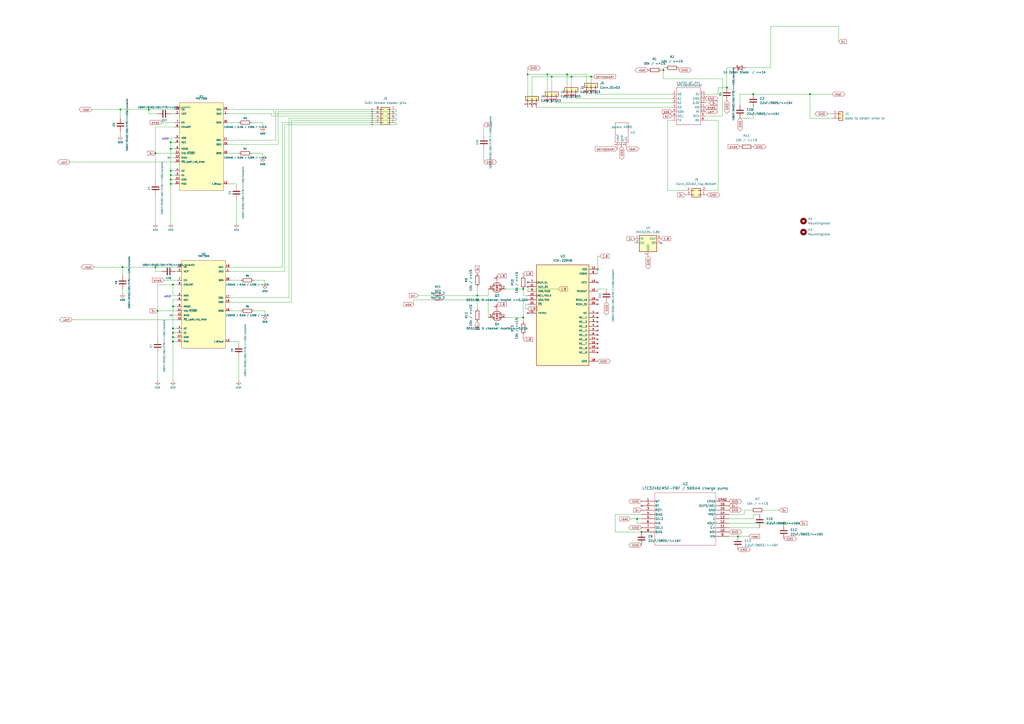
<source format=kicad_sch>
(kicad_sch (version 20230121) (generator eeschema)
  (paper "A2")
  (title_block (title "RCM NIBBLE") (company "Joshua Phelps") (comment 1 "https://github.com/RCMgames/RCM-Hardware-Nibble"))
  (lib_symbols
    (symbol "!RCMhardware:ESP32_QT_PY"
      (property "Reference" "ESP32_QT_PY" (at 0 10.16 0))
      (symbol "ESP32_QT_PY_1_1"
        (pin tri_state line (at -10.16 7.62 0) (length 2.54) (name "A0") (number "1"))
        (pin tri_state line (at 8.89 -2.54 180) (length 2.54) (name "MI") (number "10"))
        (pin tri_state line (at 8.89 0 180) (length 2.54) (name "MO") (number "11"))
        (pin power_out line (at 8.89 2.54 180) (length 2.54) (name "3.3V") (number "12"))
        (pin power_in line (at 8.89 5.08 180) (length 2.54) (name "GND") (number "13"))
        (pin power_in line (at 8.89 7.62 180) (length 2.54) (name "5V") (number "14"))
        (pin tri_state line (at -10.16 5.08 0) (length 2.54) (name "A1") (number "2"))
        (pin tri_state line (at -10.16 2.54 0) (length 2.54) (name "A2") (number "3"))
        (pin tri_state line (at -10.16 0 0) (length 2.54) (name "A3") (number "4"))
        (pin tri_state line (at -10.16 -2.54 0) (length 2.54) (name "SDA") (number "5"))
        (pin tri_state line (at -10.16 -5.08 0) (length 2.54) (name "SCL") (number "6"))
        (pin tri_state line (at -10.16 -7.62 0) (length 2.54) (name "TX") (number "7"))
        (pin tri_state line (at 8.89 -7.62 180) (length 2.54) (name "RX") (number "8"))
        (pin tri_state line (at 8.89 -5.08 180) (length 2.54) (name "SCK") (number "9"))
      )
    )
    (symbol "!RCMhardware:ICM-20948" (pin_names (offset 1.016))
      (property "Reference" "U" (at -15.24 18.415 0))
      (property "Value" "ICM-20948" (at -15.24 -43.18 0))
      (symbol "ICM-20948_0_0"
        (pin no_connect line (at 20.32 -10.16 180) (length 5.08) (name "NC") (number "1"))
        (pin output line (at 20.32 2.54 180) (length 5.08) (name "REGOUT") (number "10"))
        (pin input line (at -20.32 -10.16 0) (length 5.08) (name "FSYNC") (number "11"))
        (pin output line (at 20.32 7.62 180) (length 5.08) (name "INT1") (number "12"))
        (pin power_in line (at 20.32 15.24 180) (length 5.08) (name "VDD") (number "13"))
        (pin no_connect line (at 20.32 -25.4 180) (length 5.08) (name "NC__6") (number "14"))
        (pin no_connect line (at 20.32 -27.94 180) (length 5.08) (name "NC__7") (number "15"))
        (pin no_connect line (at 20.32 -30.48 180) (length 5.08) (name "NC__8") (number "16"))
        (pin no_connect line (at 20.32 -33.02 180) (length 5.08) (name "NC__9") (number "17"))
        (pin power_in line (at 20.32 -38.1 180) (length 5.08) (name "GND") (number "18"))
        (pin passive line (at 20.32 -2.54 180) (length 5.08) (name "RESV_19") (number "19"))
        (pin no_connect line (at 20.32 -12.7 180) (length 5.08) (name "NC__1") (number "2"))
        (pin passive line (at 20.32 -5.08 180) (length 5.08) (name "RESV_20") (number "20"))
        (pin bidirectional line (at -20.32 5.08 0) (length 5.08) (name "AUX_DA") (number "21"))
        (pin input line (at -20.32 -5.08 0) (length 5.08) (name "~{CS}") (number "22"))
        (pin input clock (at -20.32 0 0) (length 5.08) (name "SCL/SCLK") (number "23"))
        (pin bidirectional line (at -20.32 -2.54 0) (length 5.08) (name "SDA/SDI") (number "24"))
        (pin no_connect line (at 20.32 -15.24 180) (length 5.08) (name "NC__2") (number "3"))
        (pin no_connect line (at 20.32 -17.78 180) (length 5.08) (name "NC__3") (number "4"))
        (pin no_connect line (at 20.32 -20.32 180) (length 5.08) (name "NC__4") (number "5"))
        (pin no_connect line (at 20.32 -22.86 180) (length 5.08) (name "NC__5") (number "6"))
        (pin input clock (at -20.32 7.62 0) (length 5.08) (name "AUX_CL") (number "7"))
        (pin power_in line (at 20.32 12.7 180) (length 5.08) (name "VDDIO") (number "8"))
        (pin bidirectional line (at -20.32 2.54 0) (length 5.08) (name "AD0/SDO") (number "9"))
      )
    )
    (symbol "!RCMhardware:LTC3246EMSE-PBF" (pin_names (offset 0.254))
      (property "Reference" "U" (at 25.4 10.16 0))
      (property "Value" "LTC3246EMSE-PBF" (at 25.4 7.62 0))
      (symbol "LTC3246EMSE-PBF_0_1"
        (pin unspecified line (at 0 0 0) (length 7.62) (name "WT") (number "1"))
        (pin input line (at 50.8 -17.78 180) (length 7.62) (name "WDI") (number "10"))
        (pin unspecified line (at 50.8 -15.24 180) (length 7.62) (name "C+") (number "11"))
        (pin output line (at 50.8 -12.7 180) (length 7.62) (name "VOUT") (number "12"))
        (pin unspecified line (at 50.8 -10.16 180) (length 7.62) (name "C") (number "13"))
        (pin output line (at 50.8 -7.62 180) (length 7.62) (name "*RST") (number "14"))
        (pin power_out line (at 50.8 -5.08 180) (length 7.62) (name "GND") (number "15"))
        (pin output line (at 50.8 -2.54 180) (length 7.62) (name "OUTS/ADJ") (number "16"))
        (pin unspecified line (at 0 -2.54 0) (length 7.62) (name "RT") (number "2"))
        (pin input line (at 0 -5.08 0) (length 7.62) (name "RSTI") (number "3"))
        (pin unspecified line (at 0 -7.62 0) (length 7.62) (name "BIAS") (number "4"))
        (pin unspecified line (at 0 -10.16 0) (length 7.62) (name "SEL2") (number "5"))
        (pin input line (at 0 -12.7 0) (length 7.62) (name "VIN") (number "6"))
        (pin input line (at 0 -15.24 0) (length 7.62) (name "SEL1") (number "7"))
        (pin unspecified line (at 0 -17.78 0) (length 7.62) (name "BIAS") (number "8"))
        (pin input line (at 50.8 -20.32 180) (length 7.62) (name "VIN") (number "9"))
        (pin unspecified line (at 50.8 0 180) (length 7.62) (name "EPAD") (number "EPAD"))
      )
    )
    (symbol "!RCMhardware:TMC7300-Trinamic" (pin_names (offset 1.016))
      (property "Reference" "IC2" (at 0 29.21 0))
      (property "Value" "TMC7300" (at 0 27.94 0))
      (symbol "TMC7300-Trinamic_0_0"
        (pin unspecified line (at 15.24 19.05 180) (length 2.54) (name "OA2") (number "1"))
        (pin unspecified line (at -15.24 -8.89 0) (length 2.54) (name "~{PD}_UART/HS_PWM") (number "10"))
        (pin unspecified line (at -15.24 -3.81 0) (length 2.54) (name "VIO/~{STDBY}") (number "11"))
        (pin unspecified line (at -15.24 -6.35 0) (length 2.54) (name "DIAG") (number "12"))
        (pin unspecified line (at 15.24 -21.59 180) (length 2.54) (name "1,8Vout") (number "13"))
        (pin unspecified line (at -15.24 -19.05 0) (length 2.54) (name "GND") (number "14"))
        (pin unspecified line (at 15.24 1.27 180) (length 2.54) (name "OB2") (number "15"))
        (pin unspecified line (at 15.24 -3.81 180) (length 2.54) (name "BRB") (number "16"))
        (pin unspecified line (at 15.24 3.81 180) (length 2.54) (name "OB1") (number "17"))
        (pin unspecified line (at -15.24 21.59 0) (length 2.54) (name "VS") (number "18"))
        (pin unspecified line (at 15.24 21.59 180) (length 2.54) (name "OA1") (number "19"))
        (pin unspecified line (at -15.24 19.05 0) (length 2.54) (name "VCP") (number "2"))
        (pin unspecified line (at 15.24 13.97 180) (length 2.54) (name "BRA") (number "20"))
        (pin unspecified line (at -15.24 -16.51 0) (length 2.54) (name "A1") (number "3"))
        (pin unspecified line (at -15.24 -13.97 0) (length 2.54) (name "A2") (number "4"))
        (pin unspecified line (at -15.24 5.08 0) (length 2.54) (name "AD0") (number "5"))
        (pin unspecified line (at -15.24 2.54 0) (length 2.54) (name "AD1") (number "6"))
        (pin unspecified line (at -15.24 13.97 0) (length 2.54) (name "EN") (number "7"))
        (pin unspecified line (at -15.24 11.43 0) (length 2.54) (name "ENUART") (number "8"))
        (pin unspecified line (at -15.24 -1.27 0) (length 2.54) (name "MODE") (number "9"))
      )
      (symbol "TMC7300-Trinamic_1_0"
        (pin unspecified line (at -15.24 -21.59 0) (length 2.54) (name "PAD") (number "21"))
      )
    )
    (symbol "!RCMhardware:pololu"
      (property "Reference" "U" (at 0 0 0))
      (symbol "pololu_1_1"
        (pin power_out line (at -2.54 -8.89 90) (length 2.54) (name "vout") (number "1"))
        (pin input line (at 0 -8.89 90) (length 2.54) (name "gnd") (number "2"))
        (pin power_in line (at 2.54 -8.89 90) (length 2.54) (name "vin") (number "3"))
      )
    )
    (symbol "Connector_Generic:Conn_01x02" (pin_names (offset 1.016) hide)
      (property "Reference" "J" (at 0 2.54 0))
      (property "Value" "Conn_01x02" (at 0 -5.08 0))
      (symbol "Conn_01x02_1_1"
        (pin passive line (at -5.08 0 0) (length 3.81) (name "Pin_1") (number "1"))
        (pin passive line (at -5.08 -2.54 0) (length 3.81) (name "Pin_2") (number "2"))
      )
    )
    (symbol "Connector_Generic:Conn_01x03" (pin_names (offset 1.016) hide)
      (property "Reference" "J" (at 0 5.08 0))
      (property "Value" "Conn_01x03" (at 0 -5.08 0))
      (symbol "Conn_01x03_1_1"
        (pin passive line (at -5.08 2.54 0) (length 3.81) (name "Pin_1") (number "1"))
        (pin passive line (at -5.08 0 0) (length 3.81) (name "Pin_2") (number "2"))
        (pin passive line (at -5.08 -2.54 0) (length 3.81) (name "Pin_3") (number "3"))
      )
    )
    (symbol "Connector_Generic:Conn_02x02_Top_Bottom" (pin_names (offset 1.016) hide)
      (property "Reference" "J" (at 1.27 2.54 0))
      (property "Value" "Conn_02x02_Top_Bottom" (at 1.27 -5.08 0))
      (symbol "Conn_02x02_Top_Bottom_1_1"
        (pin passive line (at -5.08 0 0) (length 3.81) (name "Pin_1") (number "1"))
        (pin passive line (at -5.08 -2.54 0) (length 3.81) (name "Pin_2") (number "2"))
        (pin passive line (at 7.62 0 180) (length 3.81) (name "Pin_3") (number "3"))
        (pin passive line (at 7.62 -2.54 180) (length 3.81) (name "Pin_4") (number "4"))
      )
    )
    (symbol "Connector_Generic:Conn_02x04_Odd_Even" (pin_names (offset 1.016) hide)
      (property "Reference" "J" (at 1.27 5.08 0))
      (property "Value" "Conn_02x04_Odd_Even" (at 1.27 -7.62 0))
      (symbol "Conn_02x04_Odd_Even_1_1"
        (pin passive line (at -5.08 2.54 0) (length 3.81) (name "Pin_1") (number "1"))
        (pin passive line (at 7.62 2.54 180) (length 3.81) (name "Pin_2") (number "2"))
        (pin passive line (at -5.08 0 0) (length 3.81) (name "Pin_3") (number "3"))
        (pin passive line (at 7.62 0 180) (length 3.81) (name "Pin_4") (number "4"))
        (pin passive line (at -5.08 -2.54 0) (length 3.81) (name "Pin_5") (number "5"))
        (pin passive line (at 7.62 -2.54 180) (length 3.81) (name "Pin_6") (number "6"))
        (pin passive line (at -5.08 -5.08 0) (length 3.81) (name "Pin_7") (number "7"))
        (pin passive line (at 7.62 -5.08 180) (length 3.81) (name "Pin_8") (number "8"))
      )
    )
    (symbol "Device:C" (pin_numbers hide) (pin_names (offset 0.254))
      (property "Reference" "C" (at 0.635 2.54 0))
      (property "Value" "C" (at 0.635 -2.54 0))
      (symbol "C_1_1"
        (pin passive line (at 0 3.81 270) (length 2.794) (name "~") (number "1"))
        (pin passive line (at 0 -3.81 90) (length 2.794) (name "~") (number "2"))
      )
    )
    (symbol "Device:D_Schottky" (pin_numbers hide) (pin_names (offset 1.016) hide)
      (property "Reference" "D" (at 0 2.54 0))
      (property "Value" "D_Schottky" (at 0 -2.54 0))
      (symbol "D_Schottky_1_1"
        (pin passive line (at -3.81 0 0) (length 2.54) (name "K") (number "1"))
        (pin passive line (at 3.81 0 180) (length 2.54) (name "A") (number "2"))
      )
    )
    (symbol "Device:NetTie_2" (pin_numbers hide) (pin_names (offset 0) hide) (in_bom no)
      (property "Reference" "NT" (at 0 1.27 0))
      (property "Value" "NetTie_2" (at 0 -1.27 0))
      (symbol "NetTie_2_1_1"
        (pin passive line (at -2.54 0 0) (length 2.54) (name "1") (number "1"))
        (pin passive line (at 2.54 0 180) (length 2.54) (name "2") (number "2"))
      )
    )
    (symbol "Device:R" (pin_numbers hide) (pin_names (offset 0))
      (property "Reference" "R" (at 2.032 0 90))
      (property "Value" "R" (at 0 0 90))
      (symbol "R_1_1"
        (pin passive line (at 0 3.81 270) (length 1.27) (name "~") (number "1"))
        (pin passive line (at 0 -3.81 90) (length 1.27) (name "~") (number "2"))
      )
    )
    (symbol "Mechanical:MountingHole" (pin_names (offset 1.016))
      (property "Reference" "H" (at 0 5.08 0))
      (property "Value" "MountingHole" (at 0 3.175 0))
    )
    (symbol "Regulator_Linear:MIC5205-5.0YM5" (pin_names (offset 0.254))
      (property "Reference" "U" (at -3.81 5.715 0))
      (property "Value" "MIC5205-5.0YM5" (at 0 5.715 0))
      (symbol "MIC5205-5.0YM5_1_1"
        (pin power_in line (at -7.62 2.54 0) (length 2.54) (name "IN") (number "1"))
        (pin power_in line (at 0 -7.62 90) (length 2.54) (name "GND") (number "2"))
        (pin input line (at -7.62 0 0) (length 2.54) (name "EN") (number "3"))
        (pin input line (at 7.62 0 180) (length 2.54) (name "BP") (number "4"))
        (pin power_out line (at 7.62 2.54 180) (length 2.54) (name "OUT") (number "5"))
      )
    )
    (symbol "Transistor_FET:BSS138" (pin_names hide)
      (property "Reference" "Q" (at 5.08 1.905 0))
      (property "Value" "BSS138" (at 5.08 0 0))
      (symbol "BSS138_1_1"
        (pin input line (at -5.08 0 0) (length 2.54) (name "G") (number "1"))
        (pin passive line (at 2.54 -5.08 90) (length 2.54) (name "S") (number "2"))
        (pin passive line (at 2.54 5.08 270) (length 2.54) (name "D") (number "3"))
      )
    )
    (symbol "power:GND" (power) (pin_names (offset 0))
      (property "Value" "GND" (at 0 -3.81 0))
      (symbol "GND_1_1"
        (pin power_in line (at 0 0 270) (length 0) hide (name "GND") (number "1"))
      )
    )
  )
  (junction (at 427.99 311.15))
  (junction (at 320.04 44.45))
  (junction (at 346.71 156.21))
  (junction (at 276.86 173.99))
  (junction (at 100.33 165.1))
  (junction (at 469.9 54.61))
  (junction (at 100.33 198.12))
  (junction (at 303.53 167.64))
  (junction (at 91.44 180.34))
  (junction (at 99.06 99.06))
  (junction (at 99.06 86.36))
  (junction (at 317.5 43.18))
  (junction (at 100.33 177.8))
  (junction (at 99.06 106.68))
  (junction (at 90.17 88.9))
  (junction (at 99.06 101.6))
  (junction (at 384.81 40.64))
  (junction (at 421.64 50.8))
  (junction (at 342.9 44.45))
  (junction (at 331.47 44.45))
  (junction (at 99.06 104.14))
  (junction (at 71.12 154.94))
  (junction (at 276.86 171.45))
  (junction (at 372.11 308.61))
  (junction (at 369.57 300.99))
  (junction (at 100.33 195.58))
  (junction (at 100.33 193.04))
  (junction (at 90.17 154.94))
  (junction (at 100.33 190.5))
  (junction (at 436.88 54.61))
  (junction (at 86.36 63.5))
  (junction (at 99.06 82.55))
  (junction (at 303.53 184.15))
  (junction (at 454.66 303.53))
  (junction (at 306.07 43.18))
  (junction (at 69.85 63.5))
  (junction (at 328.93 43.18))
  (no_connect (at 97.79 91.44))
  (no_connect (at 346.71 173.99))
  (no_connect (at 306.07 181.61))
  (no_connect (at 383.54 140.97))
  (no_connect (at 306.07 166.37))
  (no_connect (at 99.06 182.88))
  (no_connect (at 306.07 163.83))
  (no_connect (at 346.71 176.53))
  (no_connect (at 346.71 163.83))
  (no_connect (at 372.11 293.37))
  (wire (pts (xy 102.87 165.1) (xy 100.33 165.1)))
  (wire (pts (xy 433.07 39.37) (xy 447.04 39.37)))
  (wire (pts (xy 240.03 176.53) (xy 240.03 173.99)))
  (wire (pts (xy 146.05 71.12) (xy 152.4 71.12)))
  (wire (pts (xy 242.57 171.45) (xy 251.46 171.45)))
  (wire (pts (xy 422.91 300.99) (xy 436.88 300.99)))
  (wire (pts (xy 425.45 39.37) (xy 421.64 39.37)))
  (wire (pts (xy 167.64 68.58) (xy 167.64 172.72)))
  (wire (pts (xy 93.98 157.48) (xy 90.17 157.48)))
  (wire (pts (xy 283.21 184.15) (xy 283.21 173.99)))
  (wire (pts (xy 99.06 86.36) (xy 99.06 99.06)))
  (wire (pts (xy 436.88 300.99) (xy 436.88 298.45)))
  (wire (pts (xy 90.17 154.94) (xy 102.87 154.94)))
  (wire (pts (xy 157.48 66.04) (xy 157.48 67.31)))
  (wire (pts (xy 101.6 80.01) (xy 99.06 80.01)))
  (wire (pts (xy 422.91 311.15) (xy 427.99 311.15)))
  (wire (pts (xy 306.07 179.07) (xy 304.8 179.07)))
  (wire (pts (xy 139.7 180.34) (xy 133.35 180.34)))
  (wire (pts (xy 147.32 180.34) (xy 153.67 180.34)))
  (wire (pts (xy 454.66 303.53) (xy 454.66 304.8)))
  (wire (pts (xy 320.04 59.69) (xy 320.04 44.45)))
  (wire (pts (xy 389.89 69.85) (xy 387.35 69.85)))
  (wire (pts (xy 99.06 66.04) (xy 101.6 66.04)))
  (wire (pts (xy 429.26 54.61) (xy 429.26 60.96)))
  (wire (pts (xy 132.08 66.04) (xy 157.48 66.04)))
  (wire (pts (xy 447.04 39.37) (xy 447.04 15.24)))
  (wire (pts (xy 303.53 171.45) (xy 306.07 171.45)))
  (wire (pts (xy 133.35 154.94) (xy 163.83 154.94)))
  (wire (pts (xy 429.26 54.61) (xy 436.88 54.61)))
  (wire (pts (xy 99.06 80.01) (xy 99.06 82.55)))
  (wire (pts (xy 383.54 40.64) (xy 384.81 40.64)))
  (wire (pts (xy 306.07 43.18) (xy 306.07 62.23)))
  (wire (pts (xy 304.8 179.07) (xy 304.8 176.53)))
  (wire (pts (xy 356.87 298.45) (xy 356.87 308.61)))
  (wire (pts (xy 306.07 167.64) (xy 323.85 167.64)))
  (wire (pts (xy 436.88 68.58) (xy 429.26 68.58)))
  (wire (pts (xy 346.71 156.21) (xy 346.71 158.75)))
  (wire (pts (xy 102.87 195.58) (xy 100.33 195.58)))
  (wire (pts (xy 102.87 190.5) (xy 100.33 190.5)))
  (wire (pts (xy 431.8 298.45) (xy 422.91 298.45)))
  (wire (pts (xy 90.17 113.03) (xy 90.17 129.54)))
  (wire (pts (xy 469.9 54.61) (xy 482.6 54.61)))
  (wire (pts (xy 320.04 44.45) (xy 331.47 44.45)))
  (wire (pts (xy 99.06 101.6) (xy 99.06 104.14)))
  (wire (pts (xy 137.16 107.95) (xy 137.16 106.68)))
  (wire (pts (xy 482.6 68.58) (xy 469.9 68.58)))
  (wire (pts (xy 317.5 43.18) (xy 317.5 59.69)))
  (wire (pts (xy 69.85 68.58) (xy 69.85 63.5)))
  (wire (pts (xy 91.44 196.85) (xy 91.44 180.34)))
  (wire (pts (xy 303.53 194.31) (xy 303.53 196.85)))
  (wire (pts (xy 137.16 106.68) (xy 132.08 106.68)))
  (wire (pts (xy 306.07 39.37) (xy 306.07 43.18)))
  (wire (pts (xy 408.94 59.69) (xy 411.48 59.69)))
  (wire (pts (xy 346.71 167.64) (xy 346.71 168.91)))
  (wire (pts (xy 90.17 73.66) (xy 101.6 73.66)))
  (wire (pts (xy 416.56 54.61) (xy 416.56 50.8)))
  (wire (pts (xy 160.02 63.5) (xy 160.02 81.28)))
  (wire (pts (xy 229.87 64.77) (xy 229.87 63.5)))
  (wire (pts (xy 384.81 45.72) (xy 384.81 40.64)))
  (wire (pts (xy 431.8 295.91) (xy 431.8 298.45)))
  (wire (pts (xy 384.81 45.72) (xy 419.1 45.72)))
  (wire (pts (xy 100.33 190.5) (xy 100.33 193.04)))
  (wire (pts (xy 168.91 69.85) (xy 229.87 69.85)))
  (wire (pts (xy 358.14 86.36) (xy 358.14 85.09)))
  (wire (pts (xy 387.35 69.85) (xy 387.35 110.49)))
  (wire (pts (xy 447.04 15.24) (xy 486.41 15.24)))
  (wire (pts (xy 165.1 72.39) (xy 165.1 157.48)))
  (wire (pts (xy 163.83 71.12) (xy 217.17 71.12)))
  (wire (pts (xy 256.54 171.45) (xy 276.86 171.45)))
  (wire (pts (xy 342.9 44.45) (xy 342.9 54.61)))
  (wire (pts (xy 158.75 63.5) (xy 158.75 66.04)))
  (wire (pts (xy 161.29 64.77) (xy 161.29 83.82)))
  (wire (pts (xy 101.6 82.55) (xy 99.06 82.55)))
  (wire (pts (xy 436.88 54.61) (xy 469.9 54.61)))
  (wire (pts (xy 276.86 173.99) (xy 283.21 173.99)))
  (wire (pts (xy 91.44 204.47) (xy 91.44 220.98)))
  (wire (pts (xy 276.86 166.37) (xy 276.86 171.45)))
  (wire (pts (xy 416.56 50.8) (xy 421.64 50.8)))
  (wire (pts (xy 138.43 207.01) (xy 138.43 220.98)))
  (wire (pts (xy 132.08 81.28) (xy 160.02 81.28)))
  (wire (pts (xy 393.7 39.37) (xy 393.7 40.64)))
  (wire (pts (xy 306.07 43.18) (xy 317.5 43.18)))
  (wire (pts (xy 100.33 165.1) (xy 100.33 171.45)))
  (wire (pts (xy 160.02 63.5) (xy 217.17 63.5)))
  (wire (pts (xy 99.06 99.06) (xy 99.06 101.6)))
  (wire (pts (xy 322.58 59.69) (xy 389.89 59.69)))
  (wire (pts (xy 229.87 69.85) (xy 229.87 68.58)))
  (wire (pts (xy 69.85 78.74) (xy 69.85 76.2)))
  (wire (pts (xy 102.87 193.04) (xy 100.33 193.04)))
  (wire (pts (xy 138.43 71.12) (xy 132.08 71.12)))
  (wire (pts (xy 100.33 173.99) (xy 100.33 177.8)))
  (wire (pts (xy 372.11 303.53) (xy 369.57 303.53)))
  (wire (pts (xy 369.57 300.99) (xy 372.11 300.99)))
  (wire (pts (xy 101.6 99.06) (xy 99.06 99.06)))
  (wire (pts (xy 90.17 157.48) (xy 90.17 154.94)))
  (wire (pts (xy 276.86 173.99) (xy 276.86 179.07)))
  (wire (pts (xy 147.32 162.56) (xy 153.67 162.56)))
  (wire (pts (xy 101.6 101.6) (xy 99.06 101.6)))
  (wire (pts (xy 303.53 186.69) (xy 303.53 184.15)))
  (wire (pts (xy 303.53 173.99) (xy 306.07 173.99)))
  (wire (pts (xy 419.1 45.72) (xy 419.1 67.31)))
  (wire (pts (xy 317.5 43.18) (xy 328.93 43.18)))
  (wire (pts (xy 387.35 110.49) (xy 397.51 110.49)))
  (wire (pts (xy 158.75 66.04) (xy 217.17 66.04)))
  (wire (pts (xy 408.94 54.61) (xy 416.56 54.61)))
  (wire (pts (xy 99.06 104.14) (xy 99.06 106.68)))
  (wire (pts (xy 280.67 86.36) (xy 280.67 93.98)))
  (wire (pts (xy 256.54 173.99) (xy 276.86 173.99)))
  (wire (pts (xy 102.87 177.8) (xy 100.33 177.8)))
  (wire (pts (xy 283.21 167.64) (xy 283.21 171.45)))
  (wire (pts (xy 132.08 83.82) (xy 161.29 83.82)))
  (wire (pts (xy 91.44 66.04) (xy 86.36 66.04)))
  (wire (pts (xy 138.43 88.9) (xy 132.08 88.9)))
  (wire (pts (xy 101.6 106.68) (xy 99.06 106.68)))
  (wire (pts (xy 53.34 63.5) (xy 69.85 63.5)))
  (wire (pts (xy 91.44 165.1) (xy 91.44 180.34)))
  (wire (pts (xy 90.17 105.41) (xy 90.17 88.9)))
  (wire (pts (xy 163.83 71.12) (xy 163.83 154.94)))
  (wire (pts (xy 101.6 88.9) (xy 90.17 88.9)))
  (wire (pts (xy 293.37 167.64) (xy 303.53 167.64)))
  (wire (pts (xy 153.67 162.56) (xy 153.67 165.1)))
  (wire (pts (xy 303.53 184.15) (xy 293.37 184.15)))
  (wire (pts (xy 408.94 69.85) (xy 416.56 69.85)))
  (wire (pts (xy 436.88 298.45) (xy 440.69 298.45)))
  (wire (pts (xy 102.87 173.99) (xy 100.33 173.99)))
  (wire (pts (xy 469.9 68.58) (xy 469.9 54.61)))
  (wire (pts (xy 331.47 44.45) (xy 331.47 57.15)))
  (wire (pts (xy 452.12 295.91) (xy 443.23 295.91)))
  (wire (pts (xy 240.03 173.99) (xy 251.46 173.99)))
  (wire (pts (xy 102.87 180.34) (xy 91.44 180.34)))
  (wire (pts (xy 347.98 148.59) (xy 346.71 148.59)))
  (wire (pts (xy 99.06 182.88) (xy 102.87 182.88)))
  (wire (pts (xy 454.66 303.53) (xy 463.55 303.53)))
  (wire (pts (xy 100.33 195.58) (xy 100.33 198.12)))
  (wire (pts (xy 303.53 171.45) (xy 303.53 167.64)))
  (wire (pts (xy 133.35 172.72) (xy 167.64 172.72)))
  (wire (pts (xy 101.6 157.48) (xy 102.87 157.48)))
  (wire (pts (xy 133.35 157.48) (xy 165.1 157.48)))
  (wire (pts (xy 153.67 180.34) (xy 153.67 182.88)))
  (wire (pts (xy 416.56 69.85) (xy 416.56 110.49)))
  (wire (pts (xy 101.6 104.14) (xy 99.06 104.14)))
  (wire (pts (xy 408.94 67.31) (xy 419.1 67.31)))
  (wire (pts (xy 422.91 303.53) (xy 454.66 303.53)))
  (wire (pts (xy 340.36 43.18) (xy 328.93 43.18)))
  (wire (pts (xy 102.87 198.12) (xy 100.33 198.12)))
  (wire (pts (xy 480.06 66.04) (xy 482.6 66.04)))
  (wire (pts (xy 71.12 170.18) (xy 71.12 167.64)))
  (wire (pts (xy 384.81 39.37) (xy 384.81 40.64)))
  (wire (pts (xy 54.61 154.94) (xy 71.12 154.94)))
  (wire (pts (xy 152.4 88.9) (xy 152.4 91.44)))
  (wire (pts (xy 229.87 67.31) (xy 229.87 66.04)))
  (wire (pts (xy 422.91 306.07) (xy 440.69 306.07)))
  (wire (pts (xy 365.76 300.99) (xy 369.57 300.99)))
  (wire (pts (xy 41.91 185.42) (xy 102.87 185.42)))
  (wire (pts (xy 91.44 165.1) (xy 100.33 165.1)))
  (wire (pts (xy 101.6 86.36) (xy 99.06 86.36)))
  (wire (pts (xy 486.41 15.24) (xy 486.41 24.13)))
  (wire (pts (xy 90.17 73.66) (xy 90.17 88.9)))
  (wire (pts (xy 132.08 63.5) (xy 158.75 63.5)))
  (wire (pts (xy 86.36 66.04) (xy 86.36 63.5)))
  (wire (pts (xy 342.9 44.45) (xy 344.17 44.45)))
  (wire (pts (xy 303.53 173.99) (xy 303.53 184.15)))
  (wire (pts (xy 363.22 86.36) (xy 363.22 85.09)))
  (wire (pts (xy 102.87 162.56) (xy 95.25 162.56)))
  (wire (pts (xy 368.3 138.43) (xy 368.3 140.97)))
  (wire (pts (xy 304.8 176.53) (xy 306.07 176.53)))
  (wire (pts (xy 303.53 158.75) (xy 303.53 160.02)))
  (wire (pts (xy 276.86 171.45) (xy 283.21 171.45)))
  (wire (pts (xy 334.01 57.15) (xy 389.89 57.15)))
  (wire (pts (xy 71.12 160.02) (xy 71.12 154.94)))
  (wire (pts (xy 165.1 72.39) (xy 229.87 72.39)))
  (wire (pts (xy 86.36 63.5) (xy 101.6 63.5)))
  (wire (pts (xy 157.48 67.31) (xy 229.87 67.31)))
  (wire (pts (xy 217.17 68.58) (xy 167.64 68.58)))
  (wire (pts (xy 100.33 193.04) (xy 100.33 195.58)))
  (wire (pts (xy 421.64 39.37) (xy 421.64 50.8)))
  (wire (pts (xy 99.06 106.68) (xy 99.06 129.54)))
  (wire (pts (xy 168.91 69.85) (xy 168.91 175.26)))
  (wire (pts (xy 340.36 54.61) (xy 340.36 43.18)))
  (wire (pts (xy 161.29 64.77) (xy 229.87 64.77)))
  (wire (pts (xy 308.61 44.45) (xy 320.04 44.45)))
  (wire (pts (xy 71.12 154.94) (xy 90.17 154.94)))
  (wire (pts (xy 99.06 82.55) (xy 99.06 86.36)))
  (wire (pts (xy 40.64 93.98) (xy 101.6 93.98)))
  (wire (pts (xy 280.67 72.39) (xy 280.67 78.74)))
  (wire (pts (xy 138.43 198.12) (xy 133.35 198.12)))
  (wire (pts (xy 101.6 71.12) (xy 93.98 71.12)))
  (wire (pts (xy 146.05 88.9) (xy 152.4 88.9)))
  (wire (pts (xy 308.61 44.45) (xy 308.61 62.23)))
  (wire (pts (xy 138.43 199.39) (xy 138.43 198.12)))
  (wire (pts (xy 372.11 298.45) (xy 356.87 298.45)))
  (wire (pts (xy 102.87 171.45) (xy 100.33 171.45)))
  (wire (pts (xy 229.87 72.39) (xy 229.87 71.12)))
  (wire (pts (xy 306.07 168.91) (xy 306.07 167.64)))
  (wire (pts (xy 427.99 311.15) (xy 434.34 311.15)))
  (wire (pts (xy 435.61 295.91) (xy 431.8 295.91)))
  (wire (pts (xy 100.33 198.12) (xy 100.33 220.98)))
  (wire (pts (xy 139.7 162.56) (xy 133.35 162.56)))
  (wire (pts (xy 133.35 175.26) (xy 168.91 175.26)))
  (wire (pts (xy 416.56 110.49) (xy 410.21 110.49)))
  (wire (pts (xy 346.71 148.59) (xy 346.71 156.21)))
  (wire (pts (xy 100.33 177.8) (xy 100.33 190.5)))
  (wire (pts (xy 356.87 308.61) (xy 372.11 308.61)))
  (wire (pts (xy 369.57 300.99) (xy 369.57 303.53)))
  (wire (pts (xy 311.15 62.23) (xy 389.89 62.23)))
  (wire (pts (xy 384.81 39.37) (xy 386.08 39.37)))
  (wire (pts (xy 152.4 71.12) (xy 152.4 73.66)))
  (wire (pts (xy 436.88 62.23) (xy 436.88 68.58)))
  (wire (pts (xy 351.79 167.64) (xy 346.71 167.64)))
  (wire (pts (xy 345.44 54.61) (xy 389.89 54.61)))
  (wire (pts (xy 97.79 91.44) (xy 101.6 91.44)))
  (wire (pts (xy 331.47 44.45) (xy 342.9 44.45)))
  (wire (pts (xy 69.85 63.5) (xy 86.36 63.5)))
  (wire (pts (xy 137.16 115.57) (xy 137.16 129.54)))
  (wire (pts (xy 328.93 57.15) (xy 328.93 43.18)))
  (text "addr\n" (at 93.98 81.28 0) (effects (font (size 1.27 1.27)) (justify left bottom)))
  (text "addr\n" (at 95.25 172.72 0) (effects (font (size 1.27 1.27)) (justify left bottom)))
  (global_label "5v" (shape input) (at 372.11 295.91 180) (property "Intersheetrefs" "${INTERSHEET_REFS}" (effects hide)))
  (global_label "1.8" (shape input) (at 303.53 196.85 0) (property "Intersheetrefs" "${INTERSHEET_REFS}" (effects hide)))
  (global_label "3v" (shape input) (at 90.17 88.9 180) (property "Intersheetrefs" "${INTERSHEET_REFS}" (effects hide)))
  (global_label "enab" (shape input) (at 95.25 162.56 180) (property "Intersheetrefs" "${INTERSHEET_REFS}" (effects hide)))
  (global_label "servopower" (shape input) (at 344.17 44.45 0) (property "Intersheetrefs" "${INTERSHEET_REFS}" (effects hide)))
  (global_label "GND" (shape bidirectional) (at 410.21 113.03 0) (property "Intersheetrefs" "${INTERSHEET_REFS}" (effects hide)))
  (global_label "GND" (shape bidirectional) (at 454.66 312.42 0) (property "Intersheetrefs" "${INTERSHEET_REFS}" (effects hide)))
  (global_label "GND" (shape bidirectional) (at 306.07 39.37 0) (property "Intersheetrefs" "${INTERSHEET_REFS}" (effects hide)))
  (global_label "GND" (shape bidirectional) (at 372.11 306.07 180) (property "Intersheetrefs" "${INTERSHEET_REFS}" (effects hide)))
  (global_label "GND" (shape bidirectional) (at 372.11 290.83 180) (property "Intersheetrefs" "${INTERSHEET_REFS}" (effects hide)))
  (global_label "1.8" (shape input) (at 323.85 167.64 0) (property "Intersheetrefs" "${INTERSHEET_REFS}" (effects hide)))
  (global_label "GND" (shape bidirectional) (at 427.99 318.77 0) (property "Intersheetrefs" "${INTERSHEET_REFS}" (effects hide)))
  (global_label "vbat" (shape input) (at 365.76 300.99 180) (property "Intersheetrefs" "${INTERSHEET_REFS}" (effects hide)))
  (global_label "uart" (shape bidirectional) (at 40.64 93.98 180) (property "Intersheetrefs" "${INTERSHEET_REFS}" (effects hide)))
  (global_label "5v" (shape input) (at 422.91 293.37 0) (property "Intersheetrefs" "${INTERSHEET_REFS}" (effects hide)))
  (global_label "GND" (shape bidirectional) (at 421.64 58.42 270) (property "Intersheetrefs" "${INTERSHEET_REFS}" (effects hide)))
  (global_label "enab" (shape input) (at 429.26 85.09 180) (property "Intersheetrefs" "${INTERSHEET_REFS}" (effects hide)))
  (global_label "3v" (shape input) (at 276.86 158.75 90) (property "Intersheetrefs" "${INTERSHEET_REFS}" (effects hide)))
  (global_label "1.8" (shape input) (at 347.98 148.59 0) (property "Intersheetrefs" "${INTERSHEET_REFS}" (effects hide)))
  (global_label "GND" (shape bidirectional) (at 436.88 85.09 0) (property "Intersheetrefs" "${INTERSHEET_REFS}" (effects hide)))
  (global_label "3v" (shape input) (at 397.51 113.03 180) (property "Intersheetrefs" "${INTERSHEET_REFS}" (effects hide)))
  (global_label "3v" (shape input) (at 280.67 72.39 0) (property "Intersheetrefs" "${INTERSHEET_REFS}" (effects hide)))
  (global_label "1.8" (shape input) (at 288.29 176.53 0) (property "Intersheetrefs" "${INTERSHEET_REFS}" (effects hide)))
  (global_label "3v" (shape input) (at 276.86 186.69 270) (property "Intersheetrefs" "${INTERSHEET_REFS}" (effects hide)))
  (global_label "vbat" (shape bidirectional) (at 54.61 154.94 180) (property "Intersheetrefs" "${INTERSHEET_REFS}" (effects hide)))
  (global_label "vbat" (shape bidirectional) (at 375.92 40.64 180) (property "Intersheetrefs" "${INTERSHEET_REFS}" (effects hide)))
  (global_label "5v" (shape input) (at 486.41 24.13 0) (property "Intersheetrefs" "${INTERSHEET_REFS}" (effects hide)))
  (global_label "5v" (shape input) (at 452.12 295.91 0) (property "Intersheetrefs" "${INTERSHEET_REFS}" (effects hide)))
  (global_label "5v" (shape input) (at 463.55 303.53 0) (property "Intersheetrefs" "${INTERSHEET_REFS}" (effects hide)))
  (global_label "sda" (shape input) (at 389.89 64.77 180) (property "Intersheetrefs" "${INTERSHEET_REFS}" (effects hide)))
  (global_label "vbat" (shape bidirectional) (at 482.6 54.61 0) (property "Intersheetrefs" "${INTERSHEET_REFS}" (effects hide)))
  (global_label "1.8" (shape input) (at 288.29 160.02 0) (property "Intersheetrefs" "${INTERSHEET_REFS}" (effects hide)))
  (global_label "3v" (shape input) (at 411.48 59.69 0) (property "Intersheetrefs" "${INTERSHEET_REFS}" (effects hide)))
  (global_label "sda" (shape input) (at 240.03 176.53 180) (property "Intersheetrefs" "${INTERSHEET_REFS}" (effects hide)))
  (global_label "GND" (shape bidirectional) (at 393.7 40.64 0) (property "Intersheetrefs" "${INTERSHEET_REFS}" (effects hide)))
  (global_label "GND" (shape bidirectional) (at 422.91 290.83 0) (property "Intersheetrefs" "${INTERSHEET_REFS}" (effects hide)))
  (global_label "scl" (shape input) (at 389.89 67.31 180) (property "Intersheetrefs" "${INTERSHEET_REFS}" (effects hide)))
  (global_label "enab" (shape input) (at 408.94 62.23 0) (property "Intersheetrefs" "${INTERSHEET_REFS}" (effects hide)))
  (global_label "GND" (shape bidirectional) (at 480.06 66.04 180) (property "Intersheetrefs" "${INTERSHEET_REFS}" (effects hide)))
  (global_label "3v" (shape input) (at 91.44 180.34 180) (property "Intersheetrefs" "${INTERSHEET_REFS}" (effects hide)))
  (global_label "GND" (shape bidirectional) (at 422.91 308.61 0) (property "Intersheetrefs" "${INTERSHEET_REFS}" (effects hide)))
  (global_label "GND" (shape bidirectional) (at 429.26 68.58 270) (property "Intersheetrefs" "${INTERSHEET_REFS}" (effects hide)))
  (global_label "uart" (shape bidirectional) (at 41.91 185.42 180) (property "Intersheetrefs" "${INTERSHEET_REFS}" (effects hide)))
  (global_label "GND" (shape bidirectional) (at 360.68 85.09 270) (property "Intersheetrefs" "${INTERSHEET_REFS}" (effects hide)))
  (global_label "1.8" (shape input) (at 303.53 158.75 0) (property "Intersheetrefs" "${INTERSHEET_REFS}" (effects hide)))
  (global_label "vbat" (shape bidirectional) (at 53.34 63.5 180) (property "Intersheetrefs" "${INTERSHEET_REFS}" (effects hide)))
  (global_label "1.8" (shape input) (at 306.07 179.07 0) (property "Intersheetrefs" "${INTERSHEET_REFS}" (effects hide)))
  (global_label "vbat" (shape input) (at 434.34 311.15 0) (property "Intersheetrefs" "${INTERSHEET_REFS}" (effects hide)))
  (global_label "GND" (shape bidirectional) (at 280.67 93.98 0) (property "Intersheetrefs" "${INTERSHEET_REFS}" (effects hide)))
  (global_label "GND" (shape bidirectional) (at 422.91 295.91 0) (property "Intersheetrefs" "${INTERSHEET_REFS}" (effects hide)))
  (global_label "GND" (shape bidirectional) (at 372.11 316.23 180) (property "Intersheetrefs" "${INTERSHEET_REFS}" (effects hide)))
  (global_label "GND" (shape bidirectional) (at 351.79 175.26 270) (property "Intersheetrefs" "${INTERSHEET_REFS}" (effects hide)))
  (global_label "3v" (shape input) (at 368.3 138.43 180) (property "Intersheetrefs" "${INTERSHEET_REFS}" (effects hide)))
  (global_label "scl" (shape input) (at 242.57 171.45 180) (property "Intersheetrefs" "${INTERSHEET_REFS}" (effects hide)))
  (global_label "vbat" (shape bidirectional) (at 363.22 86.36 0) (property "Intersheetrefs" "${INTERSHEET_REFS}" (effects hide)))
  (global_label "GND" (shape bidirectional) (at 346.71 209.55 0) (property "Intersheetrefs" "${INTERSHEET_REFS}" (effects hide)))
  (global_label "enab" (shape input) (at 93.98 71.12 180) (property "Intersheetrefs" "${INTERSHEET_REFS}" (effects hide)))
  (global_label "GND" (shape bidirectional) (at 408.94 57.15 0) (property "Intersheetrefs" "${INTERSHEET_REFS}" (effects hide)))
  (global_label "servopower" (shape input) (at 358.14 86.36 180) (property "Intersheetrefs" "${INTERSHEET_REFS}" (effects hide)))
  (global_label "1.8" (shape input) (at 383.54 138.43 0) (property "Intersheetrefs" "${INTERSHEET_REFS}" (effects hide)))
  (global_label "GND" (shape bidirectional) (at 375.92 148.59 270) (property "Intersheetrefs" "${INTERSHEET_REFS}" (effects hide)))
  (global_label "uart" (shape bidirectional) (at 408.94 64.77 0) (property "Intersheetrefs" "${INTERSHEET_REFS}" (effects hide)))
  (netclass_flag "" (length 0.1) (shape dot) (at 215.8659 71.12 0) (property "Netclass" "motor out" (effects hide)))
  (netclass_flag "" (length 0.1) (shape dot) (at 215.9 72.39 0) (property "Netclass" "motor out" (effects hide)))
  (netclass_flag "" (length 0.1) (shape dot) (at 215.9 69.85 0) (property "Netclass" "motor out" (effects hide)))
  (netclass_flag "" (length 0.1) (shape dot) (at 215.9 63.5 0) (property "Netclass" "motor out" (effects hide)))
  (netclass_flag "" (length 0.1) (shape dot) (at 215.9 68.58 0) (property "Netclass" "motor out" (effects hide)))
  (netclass_flag "" (length 0.1) (shape dot) (at 215.9 67.31 0) (property "Netclass" "motor out" (effects hide)))
  (netclass_flag "" (length 0.1) (shape dot) (at 215.9 64.77 0) (property "Netclass" "motor out" (effects hide)))
  (netclass_flag "" (length 0.1) (shape dot) (at 215.9 66.04 0) (property "Netclass" "motor out" (effects hide)))
  (symbol (lib_id "Connector_Generic:Conn_01x03") (at 342.9 49.53 90) (unit 1)
    (property "Reference" "J5" (at 347.98 48.26 90) (effects (justify right)))
    (property "Value" "Conn_01x03" (at 347.98 50.8 90) (effects (justify right)))
    (property "Footprint" "Connector_PinHeader_2.54mm:PinHeader_1x03_P2.54mm_Vertical" (effects hide))
    (property "Package" "tht" (effects hide))
    (property "mpn" "do not place or purchase for PCB assembly" (effects hide))
    (property "mount_type" "tht" (effects hide))
  )
  (symbol (lib_id "Device:R") (at 143.51 180.34 270) (unit 1)
    (property "Reference" "R6" (at 143.51 177.8 90) (effects (font (size 0.9906 0.9906))))
    (property "Value" "120mΩ / 0.5W / 1206 / <=1%" (at 143.51 182.88 90) (effects (font (size 0.9906 0.9906))))
    (property "Footprint" "Resistor_SMD:R_1206_3216Metric" (effects hide))
    (property "digikey part #" "CRL1206-FW-R120ELFCT-ND" (effects hide))
    (property "Manufacturer" "any" (effects hide))
    (property "Package" "1206" (effects hide))
    (property "mount_type" "smt" (effects hide))
    (property "mpn" "CRL1206-FW-R120ELF" (effects hide))
    (property "link" "https://www.digikey.com/en/products/detail/bourns-inc/CRL1206-FW-R120ELF/3785719" (effects hide))
  )
  (symbol (lib_id "Device:R") (at 303.53 163.83 180) (unit 1)
    (property "Reference" "R10" (at 297.18 163.83 90))
    (property "Value" "10k / <=1%" (at 299.72 163.83 90))
    (property "Footprint" "Resistor_SMD:R_0402_1005Metric" (effects hide))
    (property "digikey part #" "CR0402-FX-1002GLFCT-ND" (effects hide))
    (property "Manufacturer" "any" (effects hide))
    (property "Package" "0402" (effects hide))
    (property "mount_type" "smt" (effects hide))
    (property "mpn" "CR0402-FX-1002GLF" (effects hide))
    (property "link" "https://www.digikey.com/en/products/detail/bourns-inc/CR0402-FX-1002GLF/3593192" (effects hide))
  )
  (symbol (lib_id "Transistor_FET:BSS138") (at 288.29 181.61 90) (mirror x) (unit 1)
    (property "Reference" "Q4" (at 288.29 187.96 90))
    (property "Value" "BSS138, N channel mosfet >=0.22A" (at 288.29 190.5 90))
    (property "Footprint" "Package_TO_SOT_SMD:SOT-23" (effects hide))
    (property "Datasheet" "https://www.onsemi.com/pub/Collateral/BSS138-D.PDF" (effects hide))
    (property "Package" "SOT-23" (effects hide))
    (property "Manufacturer" "any" (effects hide))
    (property "digikey part #" "BSS138CT-ND" (effects hide))
    (property "link" "https://www.digikey.com/en/products/detail/onsemi/BSS138/244210" (effects hide))
    (property "mount_type" "smt" (effects hide))
    (property "mpn" "BSS138" (effects hide))
  )
  (symbol (lib_id "power:GND") (at 100.33 220.98 0) (unit 1)
    (property "Reference" "#PWR011" (effects hide))
    (property "Value" "GND" (at 100.33 224.79 0) (effects (font (size 0.9906 0.9906))))
  )
  (symbol (lib_id "!RCMhardware:LTC3246EMSE-PBF") (at 372.11 290.83 0) (unit 1)
    (property "Reference" "U2" (at 397.51 280.67 0) (effects (font (size 1.524 1.524))))
    (property "Value" "LTC3246EMSE-PBF / 500mA charge pump" (at 397.51 283.21 0) (effects (font (size 1.524 1.524))))
    (property "Footprint" "!RCMhardware footprints:MSE_16_ADI" (effects hide))
    (property "Datasheet" "LTC3246EMSE-PBF" (effects hide))
    (property "mount_type" "smt" (effects hide))
    (property "Manufacturer" "Analog Devices" (effects hide))
    (property "Package" "16-TFSOP (0.118\", 3.00mm Width) Exposed Pad" (effects hide))
    (property "digikey part #" "LTC3246EMSE#PBF-ND" (effects hide))
    (property "link" "https://www.digikey.com/en/products/detail/analog-devices-inc/LTC3246EMSE-PBF/7363792" (effects hide))
    (property "mpn" "LTC3246EMSE#PBF" (effects hide))
  )
  (symbol (lib_id "Device:R") (at 439.42 295.91 90) (unit 1)
    (property "Reference" "R7" (at 439.42 289.56 90))
    (property "Value" "10k / <=1%" (at 439.42 292.1 90))
    (property "Footprint" "Resistor_SMD:R_0402_1005Metric" (effects hide))
    (property "digikey part #" "CR0402-FX-1002GLFCT-ND" (effects hide))
    (property "Manufacturer" "any" (effects hide))
    (property "Package" "0402" (effects hide))
    (property "mount_type" "smt" (effects hide))
    (property "mpn" "CR0402-FX-1002GLF" (effects hide))
    (property "link" "https://www.digikey.com/en/products/detail/bourns-inc/CR0402-FX-1002GLF/3593192" (effects hide))
  )
  (symbol (lib_id "Device:C") (at 440.69 302.26 0) (unit 1)
    (property "Reference" "C10" (at 444.5 300.99 0) (effects (justify left)))
    (property "Value" "2.2uF/0603/>=16V" (at 444.5 303.53 0) (effects (justify left)))
    (property "Footprint" "Capacitor_SMD:C_0603_1608Metric" (effects hide))
    (property "mount_type" "smt" (effects hide))
    (property "Manufacturer" "any" (effects hide))
    (property "Package" "0603" (effects hide))
    (property "digikey part #" "4713-GMC10X7R225K16NTCT-ND" (effects hide))
    (property "link" "https://www.digikey.cn/en/products/detail/cal-chip-electronics-inc/GMC10X7R225K16NT/22461333" (effects hide))
    (property "mpn" "GMC10X7R225K16NT" (effects hide))
  )
  (symbol (lib_id "!RCMhardware:ESP32_QT_PY") (at 400.05 62.23 0) (unit 1)
    (property "Reference" "ESP32_QT_PY1" (at 399.415 48.26 0))
    (property "Value" "microcontroller" (at 400.05 49.53 0))
    (property "Footprint" "!RCMhardware footprints:ESP32 QT PY" (effects hide))
    (property "digikey part #" "1528-5426-ND or 1528-5700-ND" (effects hide))
    (property "Manufacturer" "do not place or purchase for PCB assembly" (effects hide))
    (property "Package" "tht" (effects hide))
    (property "mount_type" "tht" (effects hide))
    (property "mpn" "do not place or purchase for PCB assembly" (effects hide))
  )
  (symbol (lib_id "Device:C") (at 90.17 109.22 0) (unit 1)
    (property "Reference" "C4" (at 86.36 109.22 90) (effects (font (size 0.9906 0.9906))))
    (property "Value" "100nF/0402/16V/X7R/<=10%/ceramic" (at 93.98 109.22 90) (effects (font (size 0.9906 0.9906))))
    (property "Footprint" "Capacitor_SMD:C_0402_1005Metric" (effects hide))
    (property "digikey part #" "4713-GMC04X7R104K50NTCT-ND" (effects hide))
    (property "Manufacturer" "any" (effects hide))
    (property "Package" "0402" (effects hide))
    (property "mount_type" "smt" (effects hide))
    (property "mpn" "GMC04X7R104K50NT" (effects hide))
    (property "link" "https://www.digikey.cn/en/products/detail/cal-chip-electronics-inc/GMC04X7R104K50NT/18151122" (effects hide))
  )
  (symbol (lib_id "!RCMhardware:TMC7300-Trinamic") (at 116.84 85.09 0) (unit 1)
    (property "Reference" "IC1" (at 116.84 55.88 0) (effects (font (size 0.9906 0.9906))))
    (property "Value" "TMC7300" (at 116.84 57.15 0) (effects (font (size 0.9906 0.9906))))
    (property "Footprint" "!RCMhardware footprints:QFN-20-1EP_3x3mm_P0.4mm_EP1.65x1.65mm" (effects hide))
    (property "Datasheet" "https://www.analog.com/media/en/technical-documentation/data-sheets/TMC7300_datasheet_rev1.08.pdf" (effects hide))
    (property "digikey part #" "175-TMC7300-LA-TCT-ND" (effects hide))
    (property "Manufacturer" "Analog Devices" (effects hide))
    (property "Package" "QFN-20-1EP_3x3mm_P0.4mm_EP1.65x1.65mm" (effects hide))
    (property "mount_type" "smt" (effects hide))
    (property "mpn" "TMC7300-LA-T" (effects hide))
    (property "link" "https://www.digikey.com/en/products/detail/analog-devices-inc-maxim-integrated/TMC7300-LA-T/11483537" (effects hide))
  )
  (symbol (lib_id "power:GND") (at 152.4 73.66 0) (unit 1)
    (property "Reference" "#PWR01" (effects hide))
    (property "Value" "GND" (at 152.4 77.47 0) (effects (font (size 0.9906 0.9906))))
  )
  (symbol (lib_id "Connector_Generic:Conn_02x02_Top_Bottom") (at 405.13 113.03 180) (unit 1)
    (property "Reference" "J9" (at 403.86 104.14 0))
    (property "Value" "Conn_02x02_Top_Bottom" (at 403.86 106.68 0))
    (property "Footprint" "Connector_PinHeader_2.54mm:PinHeader_2x02_P2.54mm_Vertical" (effects hide))
    (property "Package" "tht" (effects hide))
    (property "Manufacturer" "do not place or purchase for PCB assembly" (effects hide))
    (property "mount_type" "tht" (effects hide))
    (property "mpn" "do not place or purchase for PCB assembly" (effects hide))
  )
  (symbol (lib_id "power:GND") (at 153.67 165.1 0) (unit 1)
    (property "Reference" "#PWR07" (effects hide))
    (property "Value" "GND" (at 153.67 168.91 0) (effects (font (size 0.9906 0.9906))))
  )
  (symbol (lib_id "Device:C") (at 69.85 72.39 0) (unit 1)
    (property "Reference" "C3" (at 66.04 72.39 90) (effects (font (size 0.9906 0.9906))))
    (property "Value" "100nF/0402/16V/X7R/<=10%/ceramic" (at 73.66 72.39 90) (effects (font (size 0.9906 0.9906))))
    (property "Footprint" "Capacitor_SMD:C_0402_1005Metric" (effects hide))
    (property "digikey part #" "4713-GMC04X7R104K50NTCT-ND" (effects hide))
    (property "Manufacturer" "any" (effects hide))
    (property "Package" "0402" (effects hide))
    (property "mount_type" "smt" (effects hide))
    (property "mpn" "GMC04X7R104K50NT" (effects hide))
    (property "link" "https://www.digikey.cn/en/products/detail/cal-chip-electronics-inc/GMC04X7R104K50NT/18151122" (effects hide))
  )
  (symbol (lib_id "Device:NetTie_2") (at 254 171.45 0) (unit 1) (in_bom no)
    (property "Reference" "NT1" (at 254 166.37 0))
    (property "Value" "NetTie_2" (at 254 170.18 0))
    (property "Footprint" "Jumper:SolderJumper-2_P1.3mm_Bridged_Pad1.0x1.5mm" (effects hide))
    (property "Package" "n/a" (effects hide))
    (property "Manufacturer" "n/a" (effects hide))
    (property "digikey part #" "n/a" (effects hide))
    (property "link" "n/a" (effects hide))
    (property "mount_type" "tht" (effects hide))
    (property "mpn" "do not place or purchase for PCB assembly" (effects hide))
  )
  (symbol (lib_id "power:GND") (at 152.4 91.44 0) (unit 1)
    (property "Reference" "#PWR03" (effects hide))
    (property "Value" "GND" (at 152.4 95.25 0) (effects (font (size 0.9906 0.9906))))
  )
  (symbol (lib_id "power:GND") (at 153.67 182.88 0) (unit 1)
    (property "Reference" "#PWR09" (effects hide))
    (property "Value" "GND" (at 153.67 186.69 0) (effects (font (size 0.9906 0.9906))))
  )
  (symbol (lib_id "Device:C") (at 97.79 157.48 90) (unit 1)
    (property "Reference" "C18" (at 97.79 161.29 90) (effects (font (size 0.9906 0.9906))))
    (property "Value" "100nF/0402/16V/X7R/<=10%/ceramic" (at 97.79 153.67 90) (effects (font (size 0.9906 0.9906))))
    (property "Footprint" "Capacitor_SMD:C_0402_1005Metric" (effects hide))
    (property "digikey part #" "4713-GMC04X7R104K50NTCT-ND" (effects hide))
    (property "Manufacturer" "any" (effects hide))
    (property "Package" "0402" (effects hide))
    (property "mount_type" "smt" (effects hide))
    (property "mpn" "GMC04X7R104K50NT" (effects hide))
    (property "link" "https://www.digikey.cn/en/products/detail/cal-chip-electronics-inc/GMC04X7R104K50NT/18151122" (effects hide))
  )
  (symbol (lib_id "Device:C") (at 372.11 312.42 180) (unit 1)
    (property "Reference" "C9" (at 375.92 311.15 0) (effects (justify right)))
    (property "Value" "22uF/0805/>=16V" (at 375.92 313.69 0) (effects (justify right)))
    (property "Footprint" "Capacitor_SMD:C_0805_2012Metric" (effects hide))
    (property "digikey part #" "4713-GMC21X5R226M25NTCT-ND" (effects hide))
    (property "Manufacturer" "any" (effects hide))
    (property "Package" "0805" (effects hide))
    (property "mount_type" "smt" (effects hide))
    (property "mpn" "GMC21X5R226M25NT" (effects hide))
    (property "link" "https://www.digikey.cn/en/products/detail/cal-chip-electronics-inc/GMC21X5R226M25NT/18151071" (effects hide))
  )
  (symbol (lib_id "Connector_Generic:Conn_01x03") (at 320.04 54.61 90) (unit 1)
    (property "Reference" "J3" (at 325.12 53.34 90) (effects (justify right)))
    (property "Value" "Conn_01x03" (at 325.12 55.88 90) (effects (justify right)))
    (property "Footprint" "Connector_PinHeader_2.54mm:PinHeader_1x03_P2.54mm_Vertical" (effects hide))
    (property "Package" "tht" (effects hide))
    (property "mpn" "do not place or purchase for PCB assembly" (effects hide))
    (property "mount_type" "tht" (effects hide))
  )
  (symbol (lib_id "Device:C") (at 137.16 111.76 0) (unit 1)
    (property "Reference" "C5" (at 133.35 111.76 90) (effects (font (size 0.9906 0.9906))))
    (property "Value" "100nF/0402/16V/X7R/<=10%/ceramic" (at 140.97 111.76 90) (effects (font (size 0.9906 0.9906))))
    (property "Footprint" "Capacitor_SMD:C_0402_1005Metric" (effects hide))
    (property "digikey part #" "4713-GMC04X7R104K50NTCT-ND" (effects hide))
    (property "Manufacturer" "any" (effects hide))
    (property "Package" "0402" (effects hide))
    (property "mount_type" "smt" (effects hide))
    (property "mpn" "GMC04X7R104K50NT" (effects hide))
    (property "link" "https://www.digikey.cn/en/products/detail/cal-chip-electronics-inc/GMC04X7R104K50NT/18151122" (effects hide))
  )
  (symbol (lib_id "Device:R") (at 142.24 88.9 270) (unit 1)
    (property "Reference" "R4" (at 142.24 86.36 90) (effects (font (size 0.9906 0.9906))))
    (property "Value" "120mΩ / 0.5W / 1206 / <=1%" (at 142.24 91.44 90) (effects (font (size 0.9906 0.9906))))
    (property "Footprint" "Resistor_SMD:R_1206_3216Metric" (effects hide))
    (property "digikey part #" "CRL1206-FW-R120ELFCT-ND" (effects hide))
    (property "Manufacturer" "any" (effects hide))
    (property "Package" "1206" (effects hide))
    (property "mount_type" "smt" (effects hide))
    (property "mpn" "CRL1206-FW-R120ELF" (effects hide))
    (property "link" "https://www.digikey.com/en/products/detail/bourns-inc/CRL1206-FW-R120ELF/3785719" (effects hide))
  )
  (symbol (lib_id "Device:C") (at 95.25 66.04 90) (unit 1)
    (property "Reference" "C17" (at 95.25 69.85 90) (effects (font (size 0.9906 0.9906))))
    (property "Value" "100nF/0402/16V/X7R/<=10%/ceramic" (at 95.25 62.23 90) (effects (font (size 0.9906 0.9906))))
    (property "Footprint" "Capacitor_SMD:C_0402_1005Metric" (effects hide))
    (property "digikey part #" "4713-GMC04X7R104K50NTCT-ND" (effects hide))
    (property "Manufacturer" "any" (effects hide))
    (property "Package" "0402" (effects hide))
    (property "mount_type" "smt" (effects hide))
    (property "mpn" "GMC04X7R104K50NT" (effects hide))
    (property "link" "https://www.digikey.cn/en/products/detail/cal-chip-electronics-inc/GMC04X7R104K50NT/18151122" (effects hide))
  )
  (symbol (lib_id "Device:NetTie_2") (at 254 173.99 0) (unit 1) (in_bom no)
    (property "Reference" "NT2" (at 254 168.91 0))
    (property "Value" "NetTie_2" (at 254 172.72 0))
    (property "Footprint" "Jumper:SolderJumper-2_P1.3mm_Bridged_Pad1.0x1.5mm" (effects hide))
    (property "Package" "n/a" (effects hide))
    (property "Manufacturer" "n/a" (effects hide))
    (property "digikey part #" "n/a" (effects hide))
    (property "link" "n/a" (effects hide))
    (property "mount_type" "tht" (effects hide))
    (property "mpn" "do not place or purchase for PCB assembly" (effects hide))
  )
  (symbol (lib_id "Device:C") (at 351.79 171.45 0) (unit 1)
    (property "Reference" "C11" (at 347.98 171.45 90) (effects (font (size 0.9906 0.9906))))
    (property "Value" "100nF/0402/16V/X7R/<=10%/ceramic" (at 355.6 171.45 90) (effects (font (size 0.9906 0.9906))))
    (property "Footprint" "Capacitor_SMD:C_0402_1005Metric" (effects hide))
    (property "digikey part #" "4713-GMC04X7R104K50NTCT-ND" (effects hide))
    (property "Manufacturer" "any" (effects hide))
    (property "Package" "0402" (effects hide))
    (property "mount_type" "smt" (effects hide))
    (property "mpn" "GMC04X7R104K50NT" (effects hide))
    (property "link" "https://www.digikey.cn/en/products/detail/cal-chip-electronics-inc/GMC04X7R104K50NT/18151122" (effects hide))
  )
  (symbol (lib_id "!RCMhardware:ICM-20948") (at 326.39 171.45 0) (unit 1)
    (property "Reference" "U3" (at 326.39 148.59 0))
    (property "Value" "ICM-20948" (at 326.39 151.13 0))
    (property "Footprint" "!RCMhardware footprints:QFN40P300X300X105-24N" (effects hide))
    (property "Datasheet" "https://invensense.tdk.com/wp-content/uploads/2016/06/DS-000189-ICM-20948-v1.3.pdf" (effects hide))
    (property "Manufacturer" "TDK InvenSense" (effects hide))
    (property "Package" "24-QFN (3x3)" (effects hide))
    (property "link" "https://www.digikey.com/en/products/detail/tdk-invensense/ICM-20948/6623535" (effects hide))
    (property "digikey part #" "1428-1123-1-ND" (effects hide))
    (property "mount_type" "smt" (effects hide))
    (property "mpn" "ICM-20948" (effects hide))
  )
  (symbol (lib_id "Mechanical:MountingHole") (at 466.09 134.62 0) (unit 1)
    (property "Reference" "H2" (at 468.63 133.35 0) (effects (justify left)))
    (property "Value" "MountingHole" (at 468.63 135.89 0) (effects (justify left)))
    (property "Footprint" "MountingHole:MountingHole_2.2mm_M2" (effects hide))
    (property "Package" "n/a" (effects hide))
    (property "mpn" "n/a" (effects hide))
    (property "Manufacturer" "n/a" (effects hide))
    (property "digikey part #" "n/a" (effects hide))
    (property "link" "n/a" (effects hide))
    (property "mount_type" "n/a" (effects hide))
  )
  (symbol (lib_id "Device:C") (at 429.26 64.77 0) (unit 1)
    (property "Reference" "C16" (at 433.07 63.5 0) (effects (justify left)))
    (property "Value" "22uF/0805/>=16V" (at 433.07 66.04 0) (effects (justify left)))
    (property "Footprint" "Capacitor_SMD:C_0805_2012Metric" (effects hide))
    (property "digikey part #" "4713-GMC21X5R226M25NTCT-ND" (effects hide))
    (property "Manufacturer" "any" (effects hide))
    (property "Package" "0805" (effects hide))
    (property "mount_type" "smt" (effects hide))
    (property "mpn" "GMC21X5R226M25NT" (effects hide))
    (property "link" "https://www.digikey.cn/en/products/detail/cal-chip-electronics-inc/GMC21X5R226M25NT/18151071" (effects hide))
  )
  (symbol (lib_id "Connector_Generic:Conn_01x03") (at 331.47 52.07 90) (unit 1)
    (property "Reference" "J2" (at 336.55 50.8 90) (effects (justify right)))
    (property "Value" "Conn_01x03" (at 336.55 53.34 90) (effects (justify right)))
    (property "Footprint" "Connector_PinHeader_2.54mm:PinHeader_1x03_P2.54mm_Vertical" (effects hide))
    (property "Package" "tht" (effects hide))
    (property "mpn" "do not place or purchase for PCB assembly" (effects hide))
    (property "mount_type" "tht" (effects hide))
  )
  (symbol (lib_id "Device:C") (at 71.12 163.83 0) (unit 1)
    (property "Reference" "C6" (at 67.31 163.83 90) (effects (font (size 0.9906 0.9906))))
    (property "Value" "100nF/0402/16V/X7R/<=10%/ceramic" (at 74.93 163.83 90) (effects (font (size 0.9906 0.9906))))
    (property "Footprint" "Capacitor_SMD:C_0402_1005Metric" (effects hide))
    (property "digikey part #" "4713-GMC04X7R104K50NTCT-ND" (effects hide))
    (property "Manufacturer" "any" (effects hide))
    (property "Package" "0402" (effects hide))
    (property "mount_type" "smt" (effects hide))
    (property "mpn" "GMC04X7R104K50NT" (effects hide))
    (property "link" "https://www.digikey.cn/en/products/detail/cal-chip-electronics-inc/GMC04X7R104K50NT/18151122" (effects hide))
  )
  (symbol (lib_id "Device:R") (at 379.73 40.64 90) (unit 1)
    (property "Reference" "R1" (at 379.73 34.29 90))
    (property "Value" "30k / <=1%" (at 379.73 36.83 90))
    (property "Footprint" "Resistor_SMD:R_0402_1005Metric" (effects hide))
    (property "Manufacturer" "any" (effects hide))
    (property "Package" "0402" (effects hide))
    (property "digikey part #" "CR0402-FX-3002GLFCT-ND" (effects hide))
    (property "mount_type" "smt" (effects hide))
    (property "mpn" "CR0402-FX-3002GLF" (effects hide))
    (property "link" "https://www.digikey.com/en/products/detail/bourns-inc/CR0402-FX-3002GLF/3783296" (effects hide))
  )
  (symbol (lib_id "Device:C") (at 454.66 308.61 180) (unit 1)
    (property "Reference" "C12" (at 458.47 307.34 0) (effects (justify right)))
    (property "Value" "22uF/0603/>=16V" (at 458.47 309.88 0) (effects (justify right)))
    (property "Footprint" "Capacitor_SMD:C_0603_1608Metric" (effects hide))
    (property "digikey part #" "4713-GMC10X5R226M10NTCT-ND" (effects hide))
    (property "Manufacturer" "any" (effects hide))
    (property "Package" "0603" (effects hide))
    (property "mount_type" "smt" (effects hide))
    (property "mpn" "GMC10X5R226M10NT" (effects hide))
    (property "link" "https://www.digikey.cn/en/products/detail/cal-chip-electronics-inc/GMC10X5R226M10NT/22461275" (effects hide))
  )
  (symbol (lib_id "power:GND") (at 99.06 129.54 0) (unit 1)
    (property "Reference" "#PWR05" (effects hide))
    (property "Value" "GND" (at 99.06 133.35 0) (effects (font (size 0.9906 0.9906))))
  )
  (symbol (lib_id "Device:C") (at 91.44 200.66 0) (unit 1)
    (property "Reference" "C7" (at 87.63 200.66 90) (effects (font (size 0.9906 0.9906))))
    (property "Value" "100nF/0402/16V/X7R/<=10%/ceramic" (at 95.25 200.66 90) (effects (font (size 0.9906 0.9906))))
    (property "Footprint" "Capacitor_SMD:C_0402_1005Metric" (effects hide))
    (property "digikey part #" "4713-GMC04X7R104K50NTCT-ND" (effects hide))
    (property "Manufacturer" "any" (effects hide))
    (property "Package" "0402" (effects hide))
    (property "mount_type" "smt" (effects hide))
    (property "mpn" "GMC04X7R104K50NT" (effects hide))
    (property "link" "https://www.digikey.cn/en/products/detail/cal-chip-electronics-inc/GMC04X7R104K50NT/18151122" (effects hide))
  )
  (symbol (lib_id "Device:D_Schottky") (at 429.26 39.37 0) (unit 1)
    (property "Reference" "D1" (effects hide))
    (property "Value" "1A Zener Diode  / >=1A" (at 431.8 41.91 0))
    (property "Footprint" "Diode_SMD:D_SOD-323" (effects hide))
    (property "digikey part #" "4786-GDB5818WSCT-ND" (effects hide))
    (property "Manufacturer" "any" (effects hide))
    (property "Package" "D_SOD-323" (effects hide))
    (property "mount_type" "smt" (effects hide))
    (property "mpn" "GDB5818WS" (effects hide))
    (property "link" "https://www.digikey.com/en/products/detail/good-ark-semiconductor/GDB5818WS/18648294" (effects hide))
  )
  (symbol (lib_id "power:GND") (at 137.16 129.54 0) (unit 1)
    (property "Reference" "#PWR06" (effects hide))
    (property "Value" "GND" (at 137.16 133.35 0) (effects (font (size 0.9906 0.9906))))
  )
  (symbol (lib_id "Mechanical:MountingHole") (at 466.09 128.27 0) (unit 1)
    (property "Reference" "H1" (at 468.63 127 0) (effects (justify left)))
    (property "Value" "MountingHole" (at 468.63 129.54 0) (effects (justify left)))
    (property "Footprint" "MountingHole:MountingHole_2.2mm_M2" (effects hide))
    (property "Package" "n/a" (effects hide))
    (property "mpn" "n/a" (effects hide))
    (property "Manufacturer" "n/a" (effects hide))
    (property "digikey part #" "n/a" (effects hide))
    (property "link" "n/a" (effects hide))
    (property "mount_type" "n/a" (effects hide))
  )
  (symbol (lib_id "Device:R") (at 276.86 162.56 180) (unit 1)
    (property "Reference" "R9" (at 270.51 162.56 90))
    (property "Value" "10k / <=1%" (at 273.05 162.56 90))
    (property "Footprint" "Resistor_SMD:R_0402_1005Metric" (effects hide))
    (property "digikey part #" "CR0402-FX-1002GLFCT-ND" (effects hide))
    (property "Manufacturer" "any" (effects hide))
    (property "Package" "0402" (effects hide))
    (property "mount_type" "smt" (effects hide))
    (property "mpn" "CR0402-FX-1002GLF" (effects hide))
    (property "link" "https://www.digikey.com/en/products/detail/bourns-inc/CR0402-FX-1002GLF/3593192" (effects hide))
  )
  (symbol (lib_id "Device:R") (at 143.51 162.56 270) (unit 1)
    (property "Reference" "R5" (at 143.51 160.02 90) (effects (font (size 0.9906 0.9906))))
    (property "Value" "120mΩ / 0.5W / 1206 / <=1%" (at 143.51 165.1 90) (effects (font (size 0.9906 0.9906))))
    (property "Footprint" "Resistor_SMD:R_1206_3216Metric" (effects hide))
    (property "digikey part #" "CRL1206-FW-R120ELFCT-ND" (effects hide))
    (property "Manufacturer" "any" (effects hide))
    (property "Package" "1206" (effects hide))
    (property "mount_type" "smt" (effects hide))
    (property "mpn" "CRL1206-FW-R120ELF" (effects hide))
    (property "link" "https://www.digikey.com/en/products/detail/bourns-inc/CRL1206-FW-R120ELF/3785719" (effects hide))
  )
  (symbol (lib_id "power:GND") (at 91.44 220.98 0) (unit 1)
    (property "Reference" "#PWR010" (effects hide))
    (property "Value" "GND" (at 91.44 224.79 0) (effects (font (size 0.9906 0.9906))))
  )
  (symbol (lib_id "Device:C") (at 280.67 82.55 0) (unit 1)
    (property "Reference" "C15" (at 276.86 82.55 90) (effects (font (size 0.9906 0.9906))))
    (property "Value" "100nF/0402/16V/X7R/<=10%/ceramic" (at 284.48 82.55 90) (effects (font (size 0.9906 0.9906))))
    (property "Footprint" "Capacitor_SMD:C_0402_1005Metric" (effects hide))
    (property "digikey part #" "4713-GMC04X7R104K50NTCT-ND" (effects hide))
    (property "Manufacturer" "any" (effects hide))
    (property "Package" "0402" (effects hide))
    (property "mount_type" "smt" (effects hide))
    (property "mpn" "GMC04X7R104K50NT" (effects hide))
    (property "link" "https://www.digikey.cn/en/products/detail/cal-chip-electronics-inc/GMC04X7R104K50NT/18151122" (effects hide))
  )
  (symbol (lib_id "Device:C") (at 427.99 314.96 0) (unit 1)
    (property "Reference" "C13" (at 431.8 313.69 0) (effects (justify left)))
    (property "Value" "2.2uF/0603/>=16V" (at 431.8 316.23 0) (effects (justify left)))
    (property "Footprint" "Capacitor_SMD:C_0603_1608Metric" (effects hide))
    (property "mount_type" "smt" (effects hide))
    (property "Manufacturer" "any" (effects hide))
    (property "Package" "0603" (effects hide))
    (property "digikey part #" "4713-GMC10X7R225K16NTCT-ND" (effects hide))
    (property "link" "https://www.digikey.cn/en/products/detail/cal-chip-electronics-inc/GMC10X7R225K16NT/22461333" (effects hide))
    (property "mpn" "GMC10X7R225K16NT" (effects hide))
  )
  (symbol (lib_id "Device:R") (at 389.89 39.37 90) (unit 1)
    (property "Reference" "R2" (at 389.89 33.02 90))
    (property "Value" "10k / <=1%" (at 389.89 35.56 90))
    (property "Footprint" "Resistor_SMD:R_0402_1005Metric" (effects hide))
    (property "digikey part #" "CR0402-FX-1002GLFCT-ND" (effects hide))
    (property "Manufacturer" "any" (effects hide))
    (property "Package" "0402" (effects hide))
    (property "mount_type" "smt" (effects hide))
    (property "mpn" "CR0402-FX-1002GLF" (effects hide))
    (property "link" "https://www.digikey.com/en/products/detail/bourns-inc/CR0402-FX-1002GLF/3593192" (effects hide))
  )
  (symbol (lib_id "Device:R") (at 303.53 190.5 180) (unit 1)
    (property "Reference" "R13" (at 297.18 190.5 90))
    (property "Value" "10k / <=1%" (at 299.72 190.5 90))
    (property "Footprint" "Resistor_SMD:R_0402_1005Metric" (effects hide))
    (property "digikey part #" "CR0402-FX-1002GLFCT-ND" (effects hide))
    (property "Manufacturer" "any" (effects hide))
    (property "Package" "0402" (effects hide))
    (property "mount_type" "smt" (effects hide))
    (property "mpn" "CR0402-FX-1002GLF" (effects hide))
    (property "link" "https://www.digikey.com/en/products/detail/bourns-inc/CR0402-FX-1002GLF/3593192" (effects hide))
  )
  (symbol (lib_id "Regulator_Linear:MIC5205-5.0YM5") (at 375.92 140.97 0) (unit 1)
    (property "Reference" "U4" (at 375.92 132.08 0))
    (property "Value" "MIC5225-1.8V" (at 375.92 134.62 0))
    (property "Footprint" "Package_TO_SOT_SMD:SOT-23-5" (effects hide))
    (property "Datasheet" "https://ww1.microchip.com/downloads/en/DeviceDoc/mic5225.pdf" (effects hide))
    (property "Manufacturer" "Microchip" (effects hide))
    (property "Package" "SC-74A, SOT-753" (effects hide))
    (property "link" "https://www.digikey.com/en/products/detail/microchip-technology/MIC5225-1-8YM5-TR/1834695" (effects hide))
    (property "digikey part #" "576-3017-1-ND" (effects hide))
    (property "mount_type" "smt" (effects hide))
    (property "mpn" "MIC5225-1.8YM5-TR" (effects hide))
  )
  (symbol (lib_id "Device:R") (at 433.07 85.09 90) (unit 1)
    (property "Reference" "R11" (at 433.07 78.74 90))
    (property "Value" "10k / <=1%" (at 433.07 81.28 90))
    (property "Footprint" "Resistor_SMD:R_0402_1005Metric" (effects hide))
    (property "digikey part #" "CR0402-FX-1002GLFCT-ND" (effects hide))
    (property "Manufacturer" "any" (effects hide))
    (property "Package" "0402" (effects hide))
    (property "mount_type" "smt" (effects hide))
    (property "mpn" "CR0402-FX-1002GLF" (effects hide))
    (property "link" "https://www.digikey.com/en/products/detail/bourns-inc/CR0402-FX-1002GLF/3593192" (effects hide))
  )
  (symbol (lib_id "Device:C") (at 436.88 58.42 0) (unit 1)
    (property "Reference" "C2" (at 440.69 57.15 0) (effects (justify left)))
    (property "Value" "22uF/0805/>=16V" (at 440.69 59.69 0) (effects (justify left)))
    (property "Footprint" "Capacitor_SMD:C_0805_2012Metric" (effects hide))
    (property "digikey part #" "4713-GMC21X5R226M25NTCT-ND" (effects hide))
    (property "Manufacturer" "any" (effects hide))
    (property "Package" "0805" (effects hide))
    (property "mount_type" "smt" (effects hide))
    (property "mpn" "GMC21X5R226M25NT" (effects hide))
    (property "link" "https://www.digikey.cn/en/products/detail/cal-chip-electronics-inc/GMC21X5R226M25NT/18151071" (effects hide))
  )
  (symbol (lib_id "!RCMhardware:pololu") (at 360.68 76.2 0) (unit 1)
    (property "Reference" "U1" (at 365.76 76.835 0) (effects (justify left)))
    (property "Value" "pololu 4085" (at 360.68 73.66 0))
    (property "Footprint" "!RCMhardware footprints:pololu 4085" (effects hide))
    (property "Manufacturer" "Pololu" (effects hide))
    (property "Package" "tht" (effects hide))
    (property "mount_type" "tht" (effects hide))
    (property "digikey part #" "2183-4085-ND" (effects hide))
    (property "link" "https://www.digikey.com/en/products/detail/pololu-corporation/4085/16164508" (effects hide))
    (property "mpn" "do not place or purchase for PCB assembly" (effects hide))
  )
  (symbol (lib_id "Connector_Generic:Conn_02x04_Odd_Even") (at 224.79 68.58 180) (unit 1)
    (property "Reference" "J6" (at 223.52 57.15 0))
    (property "Value" "2x04 female header pins" (at 223.52 59.69 0))
    (property "Footprint" "!RCMhardware footprints:PinSocket_2x04_P2.54mm_Vertical" (effects hide))
    (property "digikey part #" "S7107-ND" (effects hide))
    (property "Manufacturer" "do not place or purchase for PCB assembly" (effects hide))
    (property "Package" "tht" (effects hide))
    (property "mount_type" "tht" (effects hide))
    (property "mpn" "do not place or purchase for PCB assembly" (effects hide))
    (property "link" "https://www.digikey.com/en/products/detail/sullins-connector-solutions/PPTC082LFBN-RC/810214" (effects hide))
  )
  (symbol (lib_id "power:GND") (at 138.43 220.98 0) (unit 1)
    (property "Reference" "#PWR012" (effects hide))
    (property "Value" "GND" (at 138.43 224.79 0) (effects (font (size 0.9906 0.9906))))
  )
  (symbol (lib_id "Device:C") (at 421.64 54.61 0) (unit 1)
    (property "Reference" "C1" (at 417.83 54.61 90) (effects (font (size 0.9906 0.9906))))
    (property "Value" "100nF/0402/16V/X7R/<=10%/ceramic" (at 425.45 54.61 90) (effects (font (size 0.9906 0.9906))))
    (property "Footprint" "Capacitor_SMD:C_0402_1005Metric" (effects hide))
    (property "digikey part #" "4713-GMC04X7R104K50NTCT-ND" (effects hide))
    (property "Manufacturer" "any" (effects hide))
    (property "Package" "0402" (effects hide))
    (property "mount_type" "smt" (effects hide))
    (property "mpn" "GMC04X7R104K50NT" (effects hide))
    (property "link" "https://www.digikey.cn/en/products/detail/cal-chip-electronics-inc/GMC04X7R104K50NT/18151122" (effects hide))
  )
  (symbol (lib_id "Transistor_FET:BSS138") (at 288.29 165.1 90) (mirror x) (unit 1)
    (property "Reference" "Q3" (at 288.29 171.45 90))
    (property "Value" "BSS138, N channel mosfet >=0.22A" (at 288.29 173.99 90))
    (property "Footprint" "Package_TO_SOT_SMD:SOT-23" (effects hide))
    (property "Datasheet" "https://www.onsemi.com/pub/Collateral/BSS138-D.PDF" (effects hide))
    (property "Package" "SOT-23" (effects hide))
    (property "Manufacturer" "any" (effects hide))
    (property "digikey part #" "BSS138CT-ND" (effects hide))
    (property "link" "https://www.digikey.com/en/products/detail/onsemi/BSS138/244210" (effects hide))
    (property "mount_type" "smt" (effects hide))
    (property "mpn" "BSS138" (effects hide))
  )
  (symbol (lib_id "Device:R") (at 276.86 182.88 180) (unit 1)
    (property "Reference" "R12" (at 270.51 182.88 90))
    (property "Value" "10k / <=1%" (at 273.05 182.88 90))
    (property "Footprint" "Resistor_SMD:R_0402_1005Metric" (effects hide))
    (property "digikey part #" "CR0402-FX-1002GLFCT-ND" (effects hide))
    (property "Manufacturer" "any" (effects hide))
    (property "Package" "0402" (effects hide))
    (property "mount_type" "smt" (effects hide))
    (property "mpn" "CR0402-FX-1002GLF" (effects hide))
    (property "link" "https://www.digikey.com/en/products/detail/bourns-inc/CR0402-FX-1002GLF/3593192" (effects hide))
  )
  (symbol (lib_id "Connector_Generic:Conn_01x03") (at 308.61 57.15 90) (unit 1)
    (property "Reference" "J4" (at 313.69 55.88 90) (effects (justify right)))
    (property "Value" "Conn_01x03" (at 313.69 58.42 90) (effects (justify right)))
    (property "Footprint" "Connector_PinHeader_2.54mm:PinHeader_1x03_P2.54mm_Vertical" (effects hide))
    (property "Package" "tht" (effects hide))
    (property "mpn" "do not place or purchase for PCB assembly" (effects hide))
    (property "mount_type" "tht" (effects hide))
  )
  (symbol (lib_id "Device:R") (at 142.24 71.12 270) (unit 1)
    (property "Reference" "R3" (at 142.24 68.58 90) (effects (font (size 0.9906 0.9906))))
    (property "Value" "120mΩ / 0.5W / 1206 / <=1%" (at 142.24 73.66 90) (effects (font (size 0.9906 0.9906))))
    (property "Footprint" "Resistor_SMD:R_1206_3216Metric" (effects hide))
    (property "digikey part #" "CRL1206-FW-R120ELFCT-ND" (effects hide))
    (property "Manufacturer" "any" (effects hide))
    (property "Package" "1206" (effects hide))
    (property "mount_type" "smt" (effects hide))
    (property "mpn" "CRL1206-FW-R120ELF" (effects hide))
    (property "link" "https://www.digikey.com/en/products/detail/bourns-inc/CRL1206-FW-R120ELF/3785719" (effects hide))
  )
  (symbol (lib_id "Device:C") (at 138.43 203.2 0) (unit 1)
    (property "Reference" "C8" (at 134.62 203.2 90) (effects (font (size 0.9906 0.9906))))
    (property "Value" "100nF/0402/16V/X7R/<=10%/ceramic" (at 142.24 203.2 90) (effects (font (size 0.9906 0.9906))))
    (property "Footprint" "Capacitor_SMD:C_0402_1005Metric" (effects hide))
    (property "digikey part #" "4713-GMC04X7R104K50NTCT-ND" (effects hide))
    (property "Manufacturer" "any" (effects hide))
    (property "Package" "0402" (effects hide))
    (property "mount_type" "smt" (effects hide))
    (property "mpn" "GMC04X7R104K50NT" (effects hide))
    (property "link" "https://www.digikey.cn/en/products/detail/cal-chip-electronics-inc/GMC04X7R104K50NT/18151122" (effects hide))
  )
  (symbol (lib_id "power:GND") (at 69.85 78.74 0) (unit 1)
    (property "Reference" "#PWR02" (effects hide))
    (property "Value" "GND" (at 69.85 82.55 0) (effects (font (size 0.9906 0.9906))))
  )
  (symbol (lib_id "power:GND") (at 71.12 170.18 0) (unit 1)
    (property "Reference" "#PWR08" (effects hide))
    (property "Value" "GND" (at 71.12 173.99 0) (effects (font (size 0.9906 0.9906))))
  )
  (symbol (lib_id "power:GND") (at 90.17 129.54 0) (unit 1)
    (property "Reference" "#PWR04" (effects hide))
    (property "Value" "GND" (at 90.17 133.35 0) (effects (font (size 0.9906 0.9906))))
  )
  (symbol (lib_id "!RCMhardware:TMC7300-Trinamic") (at 118.11 176.53 0) (unit 1)
    (property "Reference" "IC2" (at 118.11 147.32 0) (effects (font (size 0.9906 0.9906))))
    (property "Value" "TMC7300" (at 118.11 148.59 0) (effects (font (size 0.9906 0.9906))))
    (property "Footprint" "!RCMhardware footprints:QFN-20-1EP_3x3mm_P0.4mm_EP1.65x1.65mm" (effects hide))
    (property "Datasheet" "https://www.analog.com/media/en/technical-documentation/data-sheets/TMC7300_datasheet_rev1.08.pdf" (effects hide))
    (property "digikey part #" "175-TMC7300-LA-TCT-ND" (effects hide))
    (property "Manufacturer" "Analog Devices" (effects hide))
    (property "Package" "QFN-20-1EP_3x3mm_P0.4mm_EP1.65x1.65mm" (effects hide))
    (property "mount_type" "smt" (effects hide))
    (property "mpn" "TMC7300-LA-T" (effects hide))
    (property "link" "https://www.digikey.com/en/products/detail/analog-devices-inc-maxim-integrated/TMC7300-LA-T/11483537" (effects hide))
  )
  (symbol (lib_id "Connector_Generic:Conn_01x02") (at 487.68 66.04 0) (unit 1)
    (property "Reference" "J1" (at 490.22 66.04 0) (effects (justify left)))
    (property "Value" "pads to solder wires to" (at 490.22 68.58 0) (effects (justify left)))
    (property "Footprint" "!RCMhardware footprints:battery wires" (effects hide))
    (property "Datasheet" "JST RCY suggested" (effects hide))
    (property "Package" "tht" (effects hide))
    (property "mount_type" "tht" (effects hide))
    (property "mpn" "do not place or purchase for PCB assembly" (effects hide))
    (property "link" "https://www.amazon.com/dp/B00Z04QFN2/" (effects hide))
  )
)
</source>
